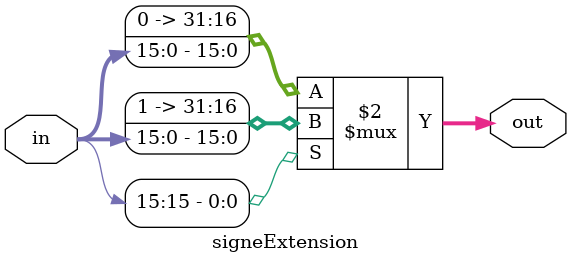
<source format=v>
module signeExtension(in ,out);
input [15:0] in ;
output  [31:0] out ;
 assign out = (in[15] == 1) ? {16'b1111111111111111, in} : {16'b0000000000000000, in};










endmodule 
</source>
